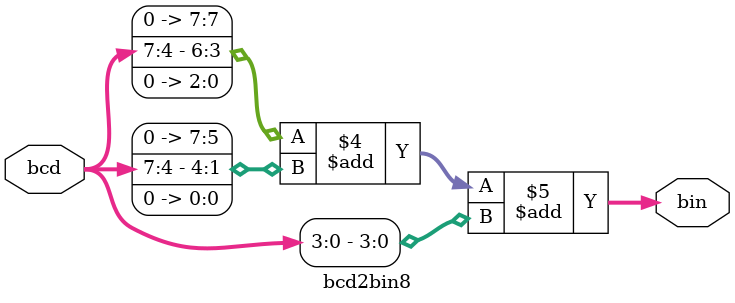
<source format=v>
`timescale 1ns / 1ps
module bcd2bin8(bcd, bin);
	input [7:0] bcd;
	output reg [7:0] bin;

	
	always@(bcd) begin
		bin = (bcd[7:4]<<3) + (bcd[7:4]<<1) + bcd[3:0];
	end

endmodule

</source>
